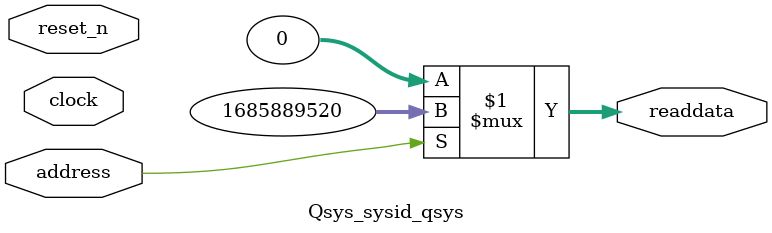
<source format=v>



// synthesis translate_off
`timescale 1ns / 1ps
// synthesis translate_on

// turn off superfluous verilog processor warnings 
// altera message_level Level1 
// altera message_off 10034 10035 10036 10037 10230 10240 10030 

module Qsys_sysid_qsys (
               // inputs:
                address,
                clock,
                reset_n,

               // outputs:
                readdata
             )
;

  output  [ 31: 0] readdata;
  input            address;
  input            clock;
  input            reset_n;

  wire    [ 31: 0] readdata;
  //control_slave, which is an e_avalon_slave
  assign readdata = address ? 1685889520 : 0;

endmodule



</source>
